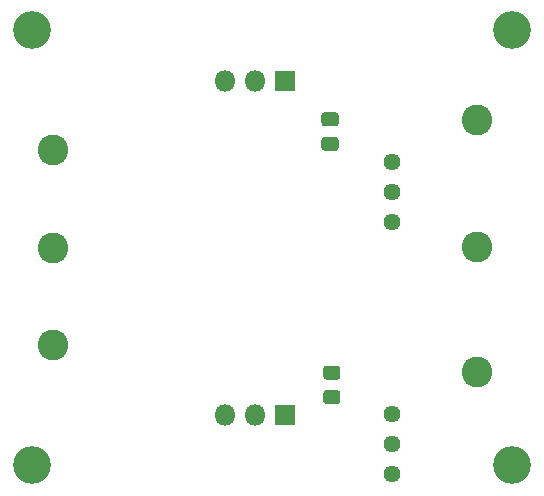
<source format=gbr>
G04 #@! TF.GenerationSoftware,KiCad,Pcbnew,(5.1.7-0-10_14)*
G04 #@! TF.CreationDate,2020-11-05T19:54:46+01:00*
G04 #@! TF.ProjectId,lv-lownoise-psu,6c762d6c-6f77-46e6-9f69-73652d707375,rev?*
G04 #@! TF.SameCoordinates,Original*
G04 #@! TF.FileFunction,Soldermask,Bot*
G04 #@! TF.FilePolarity,Negative*
%FSLAX46Y46*%
G04 Gerber Fmt 4.6, Leading zero omitted, Abs format (unit mm)*
G04 Created by KiCad (PCBNEW (5.1.7-0-10_14)) date 2020-11-05 19:54:46*
%MOMM*%
%LPD*%
G01*
G04 APERTURE LIST*
%ADD10O,1.800000X1.800000*%
%ADD11R,1.800000X1.800000*%
%ADD12C,1.440000*%
%ADD13C,2.600000*%
%ADD14C,3.200000*%
G04 APERTURE END LIST*
D10*
X101409500Y-78295500D03*
X103949500Y-78295500D03*
D11*
X106489500Y-78295500D03*
D10*
X101473000Y-49974500D03*
X104013000Y-49974500D03*
D11*
X106553000Y-49974500D03*
D12*
X115620800Y-83312000D03*
X115620800Y-80772000D03*
X115620800Y-78232000D03*
X115570000Y-61976000D03*
X115570000Y-59436000D03*
X115570000Y-56896000D03*
D13*
X122809000Y-74676000D03*
X122809000Y-64058800D03*
X122809000Y-53340000D03*
X86868000Y-55880000D03*
X86868000Y-64135000D03*
X86868000Y-72390000D03*
D14*
X125730000Y-45720000D03*
X125730000Y-82550000D03*
X85090000Y-82550000D03*
X85090000Y-45720000D03*
G36*
G01*
X110965000Y-75292800D02*
X110015000Y-75292800D01*
G75*
G02*
X109765000Y-75042800I0J250000D01*
G01*
X109765000Y-74367800D01*
G75*
G02*
X110015000Y-74117800I250000J0D01*
G01*
X110965000Y-74117800D01*
G75*
G02*
X111215000Y-74367800I0J-250000D01*
G01*
X111215000Y-75042800D01*
G75*
G02*
X110965000Y-75292800I-250000J0D01*
G01*
G37*
G36*
G01*
X110965000Y-77367800D02*
X110015000Y-77367800D01*
G75*
G02*
X109765000Y-77117800I0J250000D01*
G01*
X109765000Y-76442800D01*
G75*
G02*
X110015000Y-76192800I250000J0D01*
G01*
X110965000Y-76192800D01*
G75*
G02*
X111215000Y-76442800I0J-250000D01*
G01*
X111215000Y-77117800D01*
G75*
G02*
X110965000Y-77367800I-250000J0D01*
G01*
G37*
G36*
G01*
X109862600Y-54755200D02*
X110812600Y-54755200D01*
G75*
G02*
X111062600Y-55005200I0J-250000D01*
G01*
X111062600Y-55680200D01*
G75*
G02*
X110812600Y-55930200I-250000J0D01*
G01*
X109862600Y-55930200D01*
G75*
G02*
X109612600Y-55680200I0J250000D01*
G01*
X109612600Y-55005200D01*
G75*
G02*
X109862600Y-54755200I250000J0D01*
G01*
G37*
G36*
G01*
X109862600Y-52680200D02*
X110812600Y-52680200D01*
G75*
G02*
X111062600Y-52930200I0J-250000D01*
G01*
X111062600Y-53605200D01*
G75*
G02*
X110812600Y-53855200I-250000J0D01*
G01*
X109862600Y-53855200D01*
G75*
G02*
X109612600Y-53605200I0J250000D01*
G01*
X109612600Y-52930200D01*
G75*
G02*
X109862600Y-52680200I250000J0D01*
G01*
G37*
M02*

</source>
